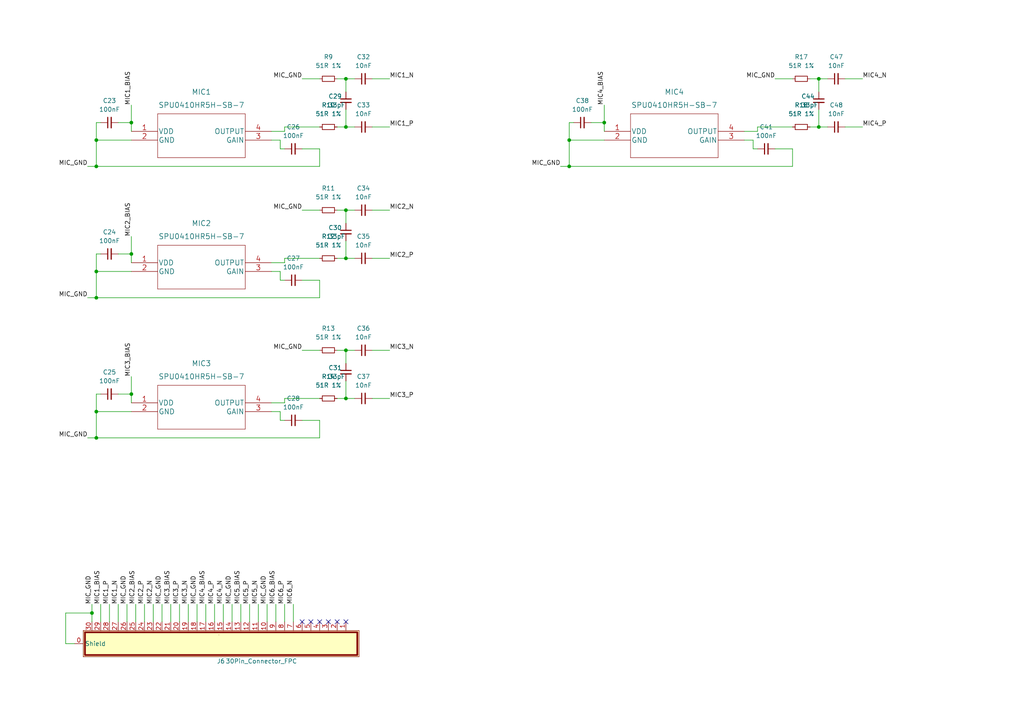
<source format=kicad_sch>
(kicad_sch (version 20230121) (generator eeschema)
  (paper "A4")
  (lib_symbols
    (symbol "Device:C_Small" (pin_numbers hide) (pin_names (offset 0.254) hide)
      (property "Reference" "C" (at 0.254 1.778 0))
      (property "Value" "C_Small" (at 0.254 -2.032 0))
      (symbol "C_Small_0_1"
        (polyline (pts (xy -1.524 -0.508) (xy 1.524 -0.508)) (stroke (width 0.3302)))
        (polyline (pts (xy -1.524 0.508) (xy 1.524 0.508)) (stroke (width 0.3048)))
      )
      (symbol "C_Small_1_1"
        (pin passive line (at 0 2.54 270) (length 2.032) (name "~") (number "1"))
        (pin passive line (at 0 -2.54 90) (length 2.032) (name "~") (number "2"))
      )
    )
    (symbol "Device:R_Small" (pin_numbers hide) (pin_names (offset 0.254) hide)
      (property "Reference" "R" (at 0.762 0.508 0))
      (property "Value" "R_Small" (at 0.762 -1.016 0))
      (symbol "R_Small_0_1"
        (rectangle (start -0.762 1.778) (end 0.762 -1.778) (stroke (width 0.2032)))
      )
      (symbol "R_Small_1_1"
        (pin passive line (at 0 2.54 270) (length 0.762) (name "~") (number "1"))
        (pin passive line (at 0 -2.54 90) (length 0.762) (name "~") (number "2"))
      )
    )
    (symbol "FreeSpeaker_audio:30Pin_Connector_FPC"
      (property "Reference" "J" (at 0 2.54 0))
      (property "Value" "30Pin_Connector_FPC" (at 0 0 0))
      (symbol "30Pin_Connector_FPC_0_1"
        (rectangle (start -24.13 30.48) (end -16.51 -49.53) (fill (type background)))
        (rectangle (start -23.622 29.972) (end -17.018 -49.022) (stroke (width 0.5)))
        (rectangle (start -22.86 -10.16) (end -22.86 -10.16))
      )
      (symbol "30Pin_Connector_FPC_1_1"
        (pin passive line (at -20.32 -52.07 90) (length 2.54) (name "Shield") (number "0"))
        (pin passive line (at -26.67 26.67 0) (length 2.54) (name "") (number "1"))
        (pin passive line (at -26.67 3.81 0) (length 2.54) (name "") (number "10"))
        (pin passive line (at -26.67 1.27 0) (length 2.54) (name "") (number "11"))
        (pin passive line (at -26.67 -1.27 0) (length 2.54) (name "") (number "12"))
        (pin passive line (at -26.67 -3.81 0) (length 2.54) (name "") (number "13"))
        (pin passive line (at -26.67 -6.35 0) (length 2.54) (name "") (number "14"))
        (pin passive line (at -26.67 -8.89 0) (length 2.54) (name "") (number "15"))
        (pin passive line (at -26.67 -11.43 0) (length 2.54) (name "") (number "16"))
        (pin passive line (at -26.67 -13.97 0) (length 2.54) (name "") (number "17"))
        (pin passive line (at -26.67 -16.51 0) (length 2.54) (name "") (number "18"))
        (pin passive line (at -26.67 -19.05 0) (length 2.54) (name "") (number "19"))
        (pin passive line (at -26.67 24.13 0) (length 2.54) (name "") (number "2"))
        (pin passive line (at -26.67 -21.59 0) (length 2.54) (name "") (number "20"))
        (pin passive line (at -26.67 -24.13 0) (length 2.54) (name "") (number "21"))
        (pin passive line (at -26.67 -26.67 0) (length 2.54) (name "") (number "22"))
        (pin passive line (at -26.67 -29.21 0) (length 2.54) (name "") (number "23"))
        (pin passive line (at -26.67 -31.75 0) (length 2.54) (name "") (number "24"))
        (pin passive line (at -26.67 -34.29 0) (length 2.54) (name "") (number "25"))
        (pin passive line (at -26.67 -36.83 0) (length 2.54) (name "") (number "26"))
        (pin passive line (at -26.67 -39.37 0) (length 2.54) (name "") (number "27"))
        (pin passive line (at -26.67 -41.91 0) (length 2.54) (name "") (number "28"))
        (pin passive line (at -26.67 -44.45 0) (length 2.54) (name "") (number "29"))
        (pin passive line (at -26.67 21.59 0) (length 2.54) (name "") (number "3"))
        (pin passive line (at -26.67 -46.99 0) (length 2.54) (name "") (number "30"))
        (pin passive line (at -26.67 19.05 0) (length 2.54) (name "") (number "4"))
        (pin passive line (at -26.67 16.51 0) (length 2.54) (name "") (number "5"))
        (pin passive line (at -26.67 13.97 0) (length 2.54) (name "") (number "6"))
        (pin passive line (at -26.67 11.43 0) (length 2.54) (name "") (number "7"))
        (pin passive line (at -26.67 8.89 0) (length 2.54) (name "") (number "8"))
        (pin passive line (at -26.67 6.35 0) (length 2.54) (name "") (number "9"))
      )
    )
    (symbol "SPU0410HR5H-SB-7:SPU0410HR5H-SB-7" (pin_names (offset 0.254))
      (property "Reference" "MIC" (at 20.32 10.16 0))
      (property "Value" "SPU0410HR5H-SB-7" (at 20.32 7.62 0))
      (symbol "SPU0410HR5H-SB-7_1_1"
        (polyline (pts (xy 7.62 -7.62) (xy 33.02 -7.62)) (stroke (width 0.127)))
        (polyline (pts (xy 7.62 5.08) (xy 7.62 -7.62)) (stroke (width 0.127)))
        (polyline (pts (xy 33.02 -7.62) (xy 33.02 5.08)) (stroke (width 0.127)))
        (polyline (pts (xy 33.02 5.08) (xy 7.62 5.08)) (stroke (width 0.127)))
        (pin power_in line (at 0 0 0) (length 7.62) (name "VDD") (number "1"))
        (pin power_in line (at 0 -2.54 0) (length 7.62) (name "GND") (number "2"))
        (pin input line (at 40.64 -2.54 180) (length 7.62) (name "GAIN") (number "3"))
        (pin output line (at 40.64 0 180) (length 7.62) (name "OUTPUT") (number "4"))
      )
    )
  )
  (junction (at 26.67 177.8))
  (junction (at 38.1 114.3))
  (junction (at 100.33 74.93))
  (junction (at 100.33 60.96))
  (junction (at 237.49 36.83))
  (junction (at 100.33 115.57))
  (junction (at 27.94 127))
  (junction (at 165.1 40.64))
  (junction (at 237.49 22.86))
  (junction (at 165.1 48.26))
  (junction (at 27.94 119.38))
  (junction (at 100.33 36.83))
  (junction (at 38.1 35.56))
  (junction (at 27.94 78.74))
  (junction (at 100.33 101.6))
  (junction (at 38.1 73.66))
  (junction (at 27.94 40.64))
  (junction (at 175.26 35.56))
  (junction (at 100.33 22.86))
  (junction (at 27.94 86.36))
  (junction (at 27.94 48.26))
  (no_connect (at 87.63 180.34))
  (no_connect (at 90.17 180.34))
  (no_connect (at 92.71 180.34))
  (no_connect (at 95.25 180.34))
  (no_connect (at 97.79 180.34))
  (no_connect (at 100.33 180.34))
  (wire (pts (xy 38.1 78.74) (xy 27.94 78.74)))
  (wire (pts (xy 26.67 177.8) (xy 26.67 175.26)))
  (wire (pts (xy 100.33 115.57) (xy 102.87 115.57)))
  (wire (pts (xy 175.26 40.64) (xy 165.1 40.64)))
  (wire (pts (xy 34.29 114.3) (xy 38.1 114.3)))
  (wire (pts (xy 92.71 121.92) (xy 92.71 127)))
  (wire (pts (xy 165.1 35.56) (xy 166.37 35.56)))
  (wire (pts (xy 81.28 40.64) (xy 81.28 43.18)))
  (wire (pts (xy 34.29 73.66) (xy 38.1 73.66)))
  (wire (pts (xy 52.07 180.34) (xy 52.07 175.26)))
  (wire (pts (xy 100.33 101.6) (xy 102.87 101.6)))
  (wire (pts (xy 85.09 180.34) (xy 85.09 175.26)))
  (wire (pts (xy 234.95 36.83) (xy 237.49 36.83)))
  (wire (pts (xy 54.61 180.34) (xy 54.61 175.26)))
  (wire (pts (xy 97.79 22.86) (xy 100.33 22.86)))
  (wire (pts (xy 218.44 43.18) (xy 219.71 43.18)))
  (wire (pts (xy 97.79 74.93) (xy 100.33 74.93)))
  (wire (pts (xy 78.74 40.64) (xy 81.28 40.64)))
  (wire (pts (xy 87.63 81.28) (xy 92.71 81.28)))
  (wire (pts (xy 100.33 22.86) (xy 102.87 22.86)))
  (wire (pts (xy 229.87 48.26) (xy 165.1 48.26)))
  (wire (pts (xy 38.1 40.64) (xy 27.94 40.64)))
  (wire (pts (xy 69.85 180.34) (xy 69.85 175.26)))
  (wire (pts (xy 100.33 36.83) (xy 102.87 36.83)))
  (wire (pts (xy 74.93 180.34) (xy 74.93 175.26)))
  (wire (pts (xy 165.1 48.26) (xy 165.1 40.64)))
  (wire (pts (xy 87.63 60.96) (xy 92.71 60.96)))
  (wire (pts (xy 57.15 180.34) (xy 57.15 175.26)))
  (wire (pts (xy 81.28 121.92) (xy 82.55 121.92)))
  (wire (pts (xy 80.01 180.34) (xy 80.01 175.26)))
  (wire (pts (xy 27.94 86.36) (xy 27.94 78.74)))
  (wire (pts (xy 82.55 74.93) (xy 82.55 76.2)))
  (wire (pts (xy 27.94 48.26) (xy 27.94 40.64)))
  (wire (pts (xy 171.45 35.56) (xy 175.26 35.56)))
  (wire (pts (xy 41.91 180.34) (xy 41.91 175.26)))
  (wire (pts (xy 87.63 121.92) (xy 92.71 121.92)))
  (wire (pts (xy 78.74 38.1) (xy 82.55 38.1)))
  (wire (pts (xy 39.37 180.34) (xy 39.37 175.26)))
  (wire (pts (xy 245.11 22.86) (xy 250.19 22.86)))
  (wire (pts (xy 107.95 36.83) (xy 113.03 36.83)))
  (wire (pts (xy 237.49 22.86) (xy 240.03 22.86)))
  (wire (pts (xy 237.49 22.86) (xy 237.49 26.67)))
  (wire (pts (xy 237.49 31.75) (xy 237.49 36.83)))
  (wire (pts (xy 100.33 101.6) (xy 100.33 105.41)))
  (wire (pts (xy 44.45 180.34) (xy 44.45 175.26)))
  (wire (pts (xy 107.95 74.93) (xy 113.03 74.93)))
  (wire (pts (xy 38.1 109.22) (xy 38.1 114.3)))
  (wire (pts (xy 82.55 180.34) (xy 82.55 175.26)))
  (wire (pts (xy 27.94 119.38) (xy 27.94 114.3)))
  (wire (pts (xy 107.95 101.6) (xy 113.03 101.6)))
  (wire (pts (xy 25.4 48.26) (xy 27.94 48.26)))
  (wire (pts (xy 92.71 115.57) (xy 82.55 115.57)))
  (wire (pts (xy 59.69 180.34) (xy 59.69 175.26)))
  (wire (pts (xy 87.63 101.6) (xy 92.71 101.6)))
  (wire (pts (xy 25.4 86.36) (xy 27.94 86.36)))
  (wire (pts (xy 19.05 186.69) (xy 19.05 177.8)))
  (wire (pts (xy 38.1 114.3) (xy 38.1 116.84)))
  (wire (pts (xy 78.74 119.38) (xy 81.28 119.38)))
  (wire (pts (xy 218.44 40.64) (xy 218.44 43.18)))
  (wire (pts (xy 107.95 22.86) (xy 113.03 22.86)))
  (wire (pts (xy 38.1 73.66) (xy 38.1 76.2)))
  (wire (pts (xy 81.28 119.38) (xy 81.28 121.92)))
  (wire (pts (xy 245.11 36.83) (xy 250.19 36.83)))
  (wire (pts (xy 229.87 36.83) (xy 219.71 36.83)))
  (wire (pts (xy 215.9 40.64) (xy 218.44 40.64)))
  (wire (pts (xy 107.95 115.57) (xy 113.03 115.57)))
  (wire (pts (xy 38.1 68.58) (xy 38.1 73.66)))
  (wire (pts (xy 25.4 127) (xy 27.94 127)))
  (wire (pts (xy 29.21 180.34) (xy 29.21 175.26)))
  (wire (pts (xy 19.05 177.8) (xy 26.67 177.8)))
  (wire (pts (xy 78.74 76.2) (xy 82.55 76.2)))
  (wire (pts (xy 234.95 22.86) (xy 237.49 22.86)))
  (wire (pts (xy 100.33 110.49) (xy 100.33 115.57)))
  (wire (pts (xy 100.33 74.93) (xy 102.87 74.93)))
  (wire (pts (xy 81.28 43.18) (xy 82.55 43.18)))
  (wire (pts (xy 27.94 35.56) (xy 29.21 35.56)))
  (wire (pts (xy 78.74 116.84) (xy 82.55 116.84)))
  (wire (pts (xy 21.59 186.69) (xy 19.05 186.69)))
  (wire (pts (xy 87.63 22.86) (xy 92.71 22.86)))
  (wire (pts (xy 77.47 180.34) (xy 77.47 175.26)))
  (wire (pts (xy 81.28 81.28) (xy 82.55 81.28)))
  (wire (pts (xy 27.94 73.66) (xy 29.21 73.66)))
  (wire (pts (xy 175.26 30.48) (xy 175.26 35.56)))
  (wire (pts (xy 27.94 78.74) (xy 27.94 73.66)))
  (wire (pts (xy 97.79 101.6) (xy 100.33 101.6)))
  (wire (pts (xy 87.63 43.18) (xy 92.71 43.18)))
  (wire (pts (xy 46.99 180.34) (xy 46.99 175.26)))
  (wire (pts (xy 82.55 36.83) (xy 82.55 38.1)))
  (wire (pts (xy 49.53 180.34) (xy 49.53 175.26)))
  (wire (pts (xy 62.23 180.34) (xy 62.23 175.26)))
  (wire (pts (xy 92.71 86.36) (xy 27.94 86.36)))
  (wire (pts (xy 78.74 78.74) (xy 81.28 78.74)))
  (wire (pts (xy 97.79 115.57) (xy 100.33 115.57)))
  (wire (pts (xy 97.79 60.96) (xy 100.33 60.96)))
  (wire (pts (xy 175.26 35.56) (xy 175.26 38.1)))
  (wire (pts (xy 97.79 36.83) (xy 100.33 36.83)))
  (wire (pts (xy 215.9 38.1) (xy 219.71 38.1)))
  (wire (pts (xy 31.75 180.34) (xy 31.75 175.26)))
  (wire (pts (xy 229.87 43.18) (xy 229.87 48.26)))
  (wire (pts (xy 100.33 22.86) (xy 100.33 26.67)))
  (wire (pts (xy 92.71 81.28) (xy 92.71 86.36)))
  (wire (pts (xy 92.71 43.18) (xy 92.71 48.26)))
  (wire (pts (xy 224.79 22.86) (xy 229.87 22.86)))
  (wire (pts (xy 162.56 48.26) (xy 165.1 48.26)))
  (wire (pts (xy 107.95 60.96) (xy 113.03 60.96)))
  (wire (pts (xy 100.33 31.75) (xy 100.33 36.83)))
  (wire (pts (xy 165.1 40.64) (xy 165.1 35.56)))
  (wire (pts (xy 67.31 180.34) (xy 67.31 175.26)))
  (wire (pts (xy 219.71 36.83) (xy 219.71 38.1)))
  (wire (pts (xy 34.29 180.34) (xy 34.29 175.26)))
  (wire (pts (xy 237.49 36.83) (xy 240.03 36.83)))
  (wire (pts (xy 81.28 78.74) (xy 81.28 81.28)))
  (wire (pts (xy 82.55 115.57) (xy 82.55 116.84)))
  (wire (pts (xy 92.71 36.83) (xy 82.55 36.83)))
  (wire (pts (xy 27.94 127) (xy 27.94 119.38)))
  (wire (pts (xy 92.71 48.26) (xy 27.94 48.26)))
  (wire (pts (xy 38.1 119.38) (xy 27.94 119.38)))
  (wire (pts (xy 38.1 35.56) (xy 38.1 38.1)))
  (wire (pts (xy 36.83 180.34) (xy 36.83 175.26)))
  (wire (pts (xy 100.33 60.96) (xy 100.33 64.77)))
  (wire (pts (xy 26.67 180.34) (xy 26.67 177.8)))
  (wire (pts (xy 100.33 69.85) (xy 100.33 74.93)))
  (wire (pts (xy 64.77 180.34) (xy 64.77 175.26)))
  (wire (pts (xy 92.71 74.93) (xy 82.55 74.93)))
  (wire (pts (xy 224.79 43.18) (xy 229.87 43.18)))
  (wire (pts (xy 27.94 114.3) (xy 29.21 114.3)))
  (wire (pts (xy 34.29 35.56) (xy 38.1 35.56)))
  (wire (pts (xy 27.94 40.64) (xy 27.94 35.56)))
  (wire (pts (xy 38.1 30.48) (xy 38.1 35.56)))
  (wire (pts (xy 72.39 180.34) (xy 72.39 175.26)))
  (wire (pts (xy 92.71 127) (xy 27.94 127)))
  (wire (pts (xy 100.33 60.96) (xy 102.87 60.96)))
  (label "MIC5_BIAS" (at 69.85 175.26 90))
  (label "MIC3_BIAS" (at 38.1 109.22 90))
  (label "MIC4_BIAS" (at 175.26 30.48 90))
  (label "MIC_GND" (at 87.63 101.6 180))
  (label "MIC2_P" (at 113.03 74.93 0))
  (label "MIC5_N" (at 74.93 175.26 90))
  (label "MIC_GND" (at 87.63 22.86 180))
  (label "MIC_GND" (at 26.67 175.26 90))
  (label "MIC_GND" (at 87.63 60.96 180))
  (label "MIC1_P" (at 113.03 36.83 0))
  (label "MIC4_P" (at 62.23 175.26 90))
  (label "MIC_GND" (at 162.56 48.26 180))
  (label "MIC1_P" (at 31.75 175.26 90))
  (label "MIC3_N" (at 113.03 101.6 0))
  (label "MIC5_P" (at 72.39 175.26 90))
  (label "MIC4_N" (at 250.19 22.86 0))
  (label "MIC6_BIAS" (at 80.01 175.26 90))
  (label "MIC1_BIAS" (at 29.21 175.26 90))
  (label "MIC4_P" (at 250.19 36.83 0))
  (label "MIC3_P" (at 52.07 175.26 90))
  (label "MIC4_N" (at 64.77 175.26 90))
  (label "MIC_GND" (at 36.83 175.26 90))
  (label "MIC_GND" (at 67.31 175.26 90))
  (label "MIC3_N" (at 54.61 175.26 90))
  (label "MIC_GND" (at 57.15 175.26 90))
  (label "MIC2_P" (at 41.91 175.26 90))
  (label "MIC1_N" (at 113.03 22.86 0))
  (label "MIC3_BIAS" (at 49.53 175.26 90))
  (label "MIC_GND" (at 25.4 48.26 180))
  (label "MIC2_N" (at 113.03 60.96 0))
  (label "MIC2_BIAS" (at 38.1 68.58 90))
  (label "MIC1_BIAS" (at 38.1 30.48 90))
  (label "MIC6_N" (at 85.09 175.26 90))
  (label "MIC_GND" (at 25.4 127 180))
  (label "MIC1_N" (at 34.29 175.26 90))
  (label "MIC2_N" (at 44.45 175.26 90))
  (label "MIC2_BIAS" (at 39.37 175.26 90))
  (label "MIC_GND" (at 25.4 86.36 180))
  (label "MIC_GND" (at 224.79 22.86 180))
  (label "MIC_GND" (at 77.47 175.26 90))
  (label "MIC4_BIAS" (at 59.69 175.26 90))
  (label "MIC6_P" (at 82.55 175.26 90))
  (label "MIC_GND" (at 46.99 175.26 90))
  (label "MIC3_P" (at 113.03 115.57 0))
  (symbol (lib_id "FreeSpeaker_audio:30Pin_Connector_FPC") (at 73.66 207.01 270) (unit 1)
    (property "Reference" "J6" (at 62.8649 191.77 90) (effects (justify left)))
    (property "Value" "30Pin_Connector_FPC" (at 65.4049 191.77 90) (effects (justify left)))
    (property "Footprint" "FreeSpeeker:FPC_30" (effects hide))
    (property "Datasheet" "https://datasheet.lcsc.com/lcsc/1811021338_JUSHUO-AFC01-S30FCC-00_C262279.pdf" (effects hide))
    (property "Manufacturer" "JUSHUO" (effects hide))
    (property "Part" "AFC01-S30FCC-00" (effects hide))
    (property "JLCPCB" "C262279" (effects hide))
  )
  (symbol (lib_id "Device:C_Small") (at 222.25 43.18 90) (unit 1)
    (property "Reference" "C41" (at 222.2563 36.83 90))
    (property "Value" "100nF" (at 222.2563 39.37 90))
    (property "Footprint" "Capacitor_SMD:C_0805_2012Metric_Pad1.18x1.45mm_HandSolder" (effects hide))
    (property "JLCPCB" "C28233" (effects hide))
  )
  (symbol (lib_id "Device:C_Small") (at 105.41 74.93 90) (unit 1)
    (property "Reference" "C35" (at 105.4163 68.58 90))
    (property "Value" "10nF" (at 105.4163 71.12 90))
    (property "Footprint" "Capacitor_SMD:C_0805_2012Metric_Pad1.18x1.45mm_HandSolder" (effects hide))
    (property "JLCPCB" "C1710" (effects hide))
  )
  (symbol (lib_id "Device:C_Small") (at 105.41 101.6 90) (unit 1)
    (property "Reference" "C36" (at 105.4163 95.25 90))
    (property "Value" "10nF" (at 105.4163 97.79 90))
    (property "Footprint" "Capacitor_SMD:C_0805_2012Metric_Pad1.18x1.45mm_HandSolder" (effects hide))
    (property "JLCPCB" "C1710" (effects hide))
  )
  (symbol (lib_id "SPU0410HR5H-SB-7:SPU0410HR5H-SB-7") (at 175.26 38.1 0) (unit 1)
    (property "Reference" "MIC4" (at 195.58 26.67 0) (effects (font (size 1.524 1.524))))
    (property "Value" "SPU0410HR5H-SB-7" (at 195.58 30.48 0) (effects (font (size 1.524 1.524))))
    (property "Footprint" "SPU0410HR5H-SB-7:SPU0410HR5H-SB-7" (effects hide))
  )
  (symbol (lib_id "Device:R_Small") (at 232.41 36.83 90) (unit 1)
    (property "Reference" "R18" (at 232.41 30.48 90))
    (property "Value" "51R 1%" (at 232.41 33.02 90))
    (property "Footprint" "Resistor_SMD:R_0805_2012Metric_Pad1.20x1.40mm_HandSolder" (effects hide))
    (property "JLCPCB" "C17738" (effects hide))
  )
  (symbol (lib_id "SPU0410HR5H-SB-7:SPU0410HR5H-SB-7") (at 38.1 116.84 0) (unit 1)
    (property "Reference" "MIC3" (at 58.42 105.41 0) (effects (font (size 1.524 1.524))))
    (property "Value" "SPU0410HR5H-SB-7" (at 58.42 109.22 0) (effects (font (size 1.524 1.524))))
    (property "Footprint" "SPU0410HR5H-SB-7:SPU0410HR5H-SB-7" (effects hide))
  )
  (symbol (lib_id "Device:R_Small") (at 95.25 74.93 90) (unit 1)
    (property "Reference" "R12" (at 95.25 68.58 90))
    (property "Value" "51R 1%" (at 95.25 71.12 90))
    (property "Footprint" "Resistor_SMD:R_0805_2012Metric_Pad1.20x1.40mm_HandSolder" (effects hide))
    (property "JLCPCB" "C17738" (effects hide))
  )
  (symbol (lib_id "Device:C_Small") (at 237.49 29.21 0) (unit 1)
    (property "Reference" "C44" (at 232.41 27.9462 0) (effects (justify left)))
    (property "Value" "33pF" (at 232.41 30.4862 0) (effects (justify left)))
    (property "Footprint" "Capacitor_SMD:C_0805_2012Metric_Pad1.18x1.45mm_HandSolder" (effects hide))
    (property "JLCPCB" "C1814" (effects hide))
  )
  (symbol (lib_id "Device:R_Small") (at 232.41 22.86 90) (unit 1)
    (property "Reference" "R17" (at 232.41 16.51 90))
    (property "Value" "51R 1%" (at 232.41 19.05 90))
    (property "Footprint" "Resistor_SMD:R_0805_2012Metric_Pad1.20x1.40mm_HandSolder" (effects hide))
    (property "JLCPCB" "C17738" (effects hide))
  )
  (symbol (lib_id "Device:C_Small") (at 105.41 22.86 90) (unit 1)
    (property "Reference" "C32" (at 105.4163 16.51 90))
    (property "Value" "10nF" (at 105.4163 19.05 90))
    (property "Footprint" "Capacitor_SMD:C_0805_2012Metric_Pad1.18x1.45mm_HandSolder" (effects hide))
    (property "JLCPCB" "C1710" (effects hide))
  )
  (symbol (lib_id "Device:R_Small") (at 95.25 22.86 90) (unit 1)
    (property "Reference" "R9" (at 95.25 16.51 90))
    (property "Value" "51R 1%" (at 95.25 19.05 90))
    (property "Footprint" "Resistor_SMD:R_0805_2012Metric_Pad1.20x1.40mm_HandSolder" (effects hide))
    (property "JLCPCB" "C17738" (effects hide))
  )
  (symbol (lib_id "Device:C_Small") (at 85.09 121.92 90) (unit 1)
    (property "Reference" "C28" (at 85.0963 115.57 90))
    (property "Value" "100nF" (at 85.0963 118.11 90))
    (property "Footprint" "Capacitor_SMD:C_0805_2012Metric_Pad1.18x1.45mm_HandSolder" (effects hide))
    (property "JLCPCB" "C28233" (effects hide))
  )
  (symbol (lib_id "Device:C_Small") (at 100.33 107.95 0) (unit 1)
    (property "Reference" "C31" (at 95.25 106.6862 0) (effects (justify left)))
    (property "Value" "33pF" (at 95.25 109.2262 0) (effects (justify left)))
    (property "Footprint" "Capacitor_SMD:C_0805_2012Metric_Pad1.18x1.45mm_HandSolder" (effects hide))
    (property "JLCPCB" "C1814" (effects hide))
  )
  (symbol (lib_id "Device:C_Small") (at 105.41 115.57 90) (unit 1)
    (property "Reference" "C37" (at 105.4163 109.22 90))
    (property "Value" "10nF" (at 105.4163 111.76 90))
    (property "Footprint" "Capacitor_SMD:C_0805_2012Metric_Pad1.18x1.45mm_HandSolder" (effects hide))
    (property "JLCPCB" "C1710" (effects hide))
  )
  (symbol (lib_id "Device:C_Small") (at 242.57 22.86 90) (unit 1)
    (property "Reference" "C47" (at 242.5763 16.51 90))
    (property "Value" "10nF" (at 242.5763 19.05 90))
    (property "Footprint" "Capacitor_SMD:C_0805_2012Metric_Pad1.18x1.45mm_HandSolder" (effects hide))
    (property "JLCPCB" "C1710" (effects hide))
  )
  (symbol (lib_id "Device:C_Small") (at 100.33 67.31 0) (unit 1)
    (property "Reference" "C30" (at 95.25 66.0462 0) (effects (justify left)))
    (property "Value" "33pF" (at 95.25 68.5862 0) (effects (justify left)))
    (property "Footprint" "Capacitor_SMD:C_0805_2012Metric_Pad1.18x1.45mm_HandSolder" (effects hide))
    (property "JLCPCB" "C1814" (effects hide))
  )
  (symbol (lib_id "Device:C_Small") (at 31.75 114.3 90) (unit 1)
    (property "Reference" "C25" (at 31.7563 107.95 90))
    (property "Value" "100nF" (at 31.7563 110.49 90))
    (property "Footprint" "Capacitor_SMD:C_0805_2012Metric_Pad1.18x1.45mm_HandSolder" (effects hide))
    (property "JLCPCB" "C28233" (effects hide))
  )
  (symbol (lib_id "SPU0410HR5H-SB-7:SPU0410HR5H-SB-7") (at 38.1 38.1 0) (unit 1)
    (property "Reference" "MIC1" (at 58.42 26.67 0) (effects (font (size 1.524 1.524))))
    (property "Value" "SPU0410HR5H-SB-7" (at 58.42 30.48 0) (effects (font (size 1.524 1.524))))
    (property "Footprint" "SPU0410HR5H-SB-7:SPU0410HR5H-SB-7" (effects hide))
  )
  (symbol (lib_id "Device:R_Small") (at 95.25 115.57 90) (unit 1)
    (property "Reference" "R14" (at 95.25 109.22 90))
    (property "Value" "51R 1%" (at 95.25 111.76 90))
    (property "Footprint" "Resistor_SMD:R_0805_2012Metric_Pad1.20x1.40mm_HandSolder" (effects hide))
    (property "JLCPCB" "C17738" (effects hide))
  )
  (symbol (lib_id "Device:C_Small") (at 100.33 29.21 0) (unit 1)
    (property "Reference" "C29" (at 95.25 27.9462 0) (effects (justify left)))
    (property "Value" "33pF" (at 95.25 30.4862 0) (effects (justify left)))
    (property "Footprint" "Capacitor_SMD:C_0805_2012Metric_Pad1.18x1.45mm_HandSolder" (effects hide))
    (property "JLCPCB" "C1814" (effects hide))
  )
  (symbol (lib_id "Device:C_Small") (at 105.41 36.83 90) (unit 1)
    (property "Reference" "C33" (at 105.4163 30.48 90))
    (property "Value" "10nF" (at 105.4163 33.02 90))
    (property "Footprint" "Capacitor_SMD:C_0805_2012Metric_Pad1.18x1.45mm_HandSolder" (effects hide))
    (property "JLCPCB" "C1710" (effects hide))
  )
  (symbol (lib_id "SPU0410HR5H-SB-7:SPU0410HR5H-SB-7") (at 38.1 76.2 0) (unit 1)
    (property "Reference" "MIC2" (at 58.42 64.77 0) (effects (font (size 1.524 1.524))))
    (property "Value" "SPU0410HR5H-SB-7" (at 58.42 68.58 0) (effects (font (size 1.524 1.524))))
    (property "Footprint" "SPU0410HR5H-SB-7:SPU0410HR5H-SB-7" (effects hide))
  )
  (symbol (lib_id "Device:C_Small") (at 168.91 35.56 90) (unit 1)
    (property "Reference" "C38" (at 168.9163 29.21 90))
    (property "Value" "100nF" (at 168.9163 31.75 90))
    (property "Footprint" "Capacitor_SMD:C_0805_2012Metric_Pad1.18x1.45mm_HandSolder" (effects hide))
    (property "JLCPCB" "C28233" (effects hide))
  )
  (symbol (lib_id "Device:R_Small") (at 95.25 60.96 90) (unit 1)
    (property "Reference" "R11" (at 95.25 54.61 90))
    (property "Value" "51R 1%" (at 95.25 57.15 90))
    (property "Footprint" "Resistor_SMD:R_0805_2012Metric_Pad1.20x1.40mm_HandSolder" (effects hide))
    (property "JLCPCB" "C17738" (effects hide))
  )
  (symbol (lib_id "Device:C_Small") (at 31.75 35.56 90) (unit 1)
    (property "Reference" "C23" (at 31.7563 29.21 90))
    (property "Value" "100nF" (at 31.7563 31.75 90))
    (property "Footprint" "Capacitor_SMD:C_0805_2012Metric_Pad1.18x1.45mm_HandSolder" (effects hide))
    (property "JLCPCB" "C28233" (effects hide))
  )
  (symbol (lib_id "Device:C_Small") (at 31.75 73.66 90) (unit 1)
    (property "Reference" "C24" (at 31.7563 67.31 90))
    (property "Value" "100nF" (at 31.7563 69.85 90))
    (property "Footprint" "Capacitor_SMD:C_0805_2012Metric_Pad1.18x1.45mm_HandSolder" (effects hide))
    (property "JLCPCB" "C28233" (effects hide))
  )
  (symbol (lib_id "Device:C_Small") (at 242.57 36.83 90) (unit 1)
    (property "Reference" "C48" (at 242.5763 30.48 90))
    (property "Value" "10nF" (at 242.5763 33.02 90))
    (property "Footprint" "Capacitor_SMD:C_0805_2012Metric_Pad1.18x1.45mm_HandSolder" (effects hide))
    (property "JLCPCB" "C1710" (effects hide))
  )
  (symbol (lib_id "Device:C_Small") (at 85.09 43.18 90) (unit 1)
    (property "Reference" "C26" (at 85.0963 36.83 90))
    (property "Value" "100nF" (at 85.0963 39.37 90))
    (property "Footprint" "Capacitor_SMD:C_0805_2012Metric_Pad1.18x1.45mm_HandSolder" (effects hide))
    (property "JLCPCB" "C28233" (effects hide))
  )
  (symbol (lib_id "Device:R_Small") (at 95.25 36.83 90) (unit 1)
    (property "Reference" "R10" (at 95.25 30.48 90))
    (property "Value" "51R 1%" (at 95.25 33.02 90))
    (property "Footprint" "Resistor_SMD:R_0805_2012Metric_Pad1.20x1.40mm_HandSolder" (effects hide))
    (property "JLCPCB" "C17738" (effects hide))
  )
  (symbol (lib_id "Device:R_Small") (at 95.25 101.6 90) (unit 1)
    (property "Reference" "R13" (at 95.25 95.25 90))
    (property "Value" "51R 1%" (at 95.25 97.79 90))
    (property "Footprint" "Resistor_SMD:R_0805_2012Metric_Pad1.20x1.40mm_HandSolder" (effects hide))
    (property "JLCPCB" "C17738" (effects hide))
  )
  (symbol (lib_id "Device:C_Small") (at 105.41 60.96 90) (unit 1)
    (property "Reference" "C34" (at 105.4163 54.61 90))
    (property "Value" "10nF" (at 105.4163 57.15 90))
    (property "Footprint" "Capacitor_SMD:C_0805_2012Metric_Pad1.18x1.45mm_HandSolder" (effects hide))
    (property "JLCPCB" "C1710" (effects hide))
  )
  (symbol (lib_id "Device:C_Small") (at 85.09 81.28 90) (unit 1)
    (property "Reference" "C27" (at 85.0963 74.93 90))
    (property "Value" "100nF" (at 85.0963 77.47 90))
    (property "Footprint" "Capacitor_SMD:C_0805_2012Metric_Pad1.18x1.45mm_HandSolder" (effects hide))
    (property "JLCPCB" "C28233" (effects hide))
  )
)
</source>
